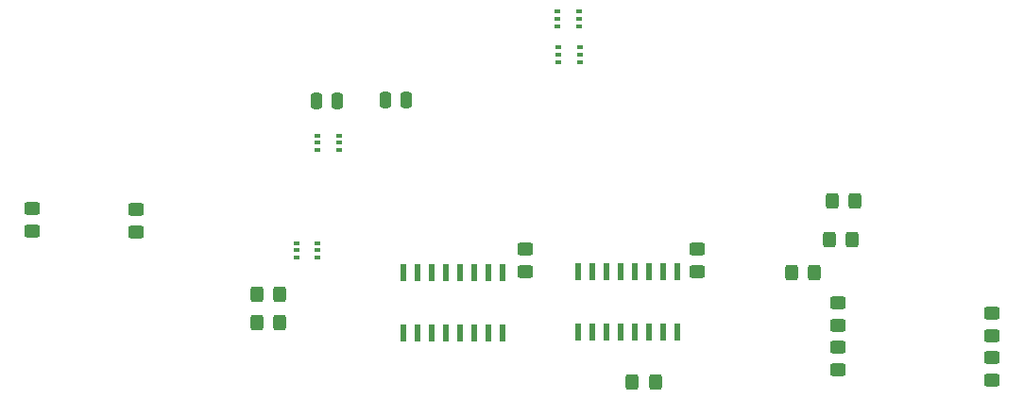
<source format=gbp>
%TF.GenerationSoftware,KiCad,Pcbnew,8.0.2*%
%TF.CreationDate,2024-05-16T19:26:28+09:30*%
%TF.ProjectId,power_and_monotoring,706f7765-725f-4616-9e64-5f6d6f6e6f74,rev?*%
%TF.SameCoordinates,Original*%
%TF.FileFunction,Paste,Bot*%
%TF.FilePolarity,Positive*%
%FSLAX46Y46*%
G04 Gerber Fmt 4.6, Leading zero omitted, Abs format (unit mm)*
G04 Created by KiCad (PCBNEW 8.0.2) date 2024-05-16 19:26:28*
%MOMM*%
%LPD*%
G01*
G04 APERTURE LIST*
G04 Aperture macros list*
%AMRoundRect*
0 Rectangle with rounded corners*
0 $1 Rounding radius*
0 $2 $3 $4 $5 $6 $7 $8 $9 X,Y pos of 4 corners*
0 Add a 4 corners polygon primitive as box body*
4,1,4,$2,$3,$4,$5,$6,$7,$8,$9,$2,$3,0*
0 Add four circle primitives for the rounded corners*
1,1,$1+$1,$2,$3*
1,1,$1+$1,$4,$5*
1,1,$1+$1,$6,$7*
1,1,$1+$1,$8,$9*
0 Add four rect primitives between the rounded corners*
20,1,$1+$1,$2,$3,$4,$5,0*
20,1,$1+$1,$4,$5,$6,$7,0*
20,1,$1+$1,$6,$7,$8,$9,0*
20,1,$1+$1,$8,$9,$2,$3,0*%
G04 Aperture macros list end*
%ADD10RoundRect,0.250000X-0.450000X0.325000X-0.450000X-0.325000X0.450000X-0.325000X0.450000X0.325000X0*%
%ADD11RoundRect,0.249550X-0.450450X0.325450X-0.450450X-0.325450X0.450450X-0.325450X0.450450X0.325450X0*%
%ADD12R,0.600000X1.550000*%
%ADD13R,0.600000X0.420000*%
%ADD14RoundRect,0.250000X-0.325000X-0.450000X0.325000X-0.450000X0.325000X0.450000X-0.325000X0.450000X0*%
%ADD15RoundRect,0.249550X0.450450X-0.325450X0.450450X0.325450X-0.450450X0.325450X-0.450450X-0.325450X0*%
%ADD16RoundRect,0.250000X0.450000X-0.325000X0.450000X0.325000X-0.450000X0.325000X-0.450000X-0.325000X0*%
%ADD17RoundRect,0.250000X-0.250000X-0.475000X0.250000X-0.475000X0.250000X0.475000X-0.250000X0.475000X0*%
%ADD18RoundRect,0.250000X0.325000X0.450000X-0.325000X0.450000X-0.325000X-0.450000X0.325000X-0.450000X0*%
G04 APERTURE END LIST*
D10*
%TO.C,R48*%
X146862800Y-241304200D03*
X146862800Y-243354200D03*
%TD*%
D11*
%TO.C,C4*%
X74676000Y-232858200D03*
D10*
X74676000Y-234908200D03*
%TD*%
D12*
%TO.C,U11*%
X116865400Y-244050800D03*
X115595400Y-244050800D03*
X114325400Y-244050800D03*
X113055400Y-244050800D03*
X111785400Y-244050800D03*
X110515400Y-244050800D03*
X109245400Y-244050800D03*
X107975400Y-244050800D03*
X107975400Y-238650800D03*
X109245400Y-238650800D03*
X110515400Y-238650800D03*
X111785400Y-238650800D03*
X113055400Y-238650800D03*
X114325400Y-238650800D03*
X115595400Y-238650800D03*
X116865400Y-238650800D03*
%TD*%
D13*
%TO.C,D30*%
X123733600Y-218399600D03*
X123733600Y-219049600D03*
X123733600Y-219699600D03*
X121833600Y-219699600D03*
X121833600Y-219049600D03*
X121833600Y-218399600D03*
%TD*%
D14*
%TO.C,R8*%
X146091800Y-235661200D03*
X148141800Y-235661200D03*
%TD*%
D10*
%TO.C,R47*%
X160731200Y-246247200D03*
X160731200Y-248297200D03*
%TD*%
D13*
%TO.C,D28*%
X100279200Y-235966000D03*
X100279200Y-236616000D03*
X100279200Y-237266000D03*
X98379200Y-237266000D03*
X98379200Y-236616000D03*
X98379200Y-235966000D03*
%TD*%
%TO.C,D31*%
X123682800Y-215199200D03*
X123682800Y-215849200D03*
X123682800Y-216499200D03*
X121782800Y-216499200D03*
X121782800Y-215849200D03*
X121782800Y-215199200D03*
%TD*%
D12*
%TO.C,U12*%
X132461000Y-243949200D03*
X131191000Y-243949200D03*
X129921000Y-243949200D03*
X128651000Y-243949200D03*
X127381000Y-243949200D03*
X126111000Y-243949200D03*
X124841000Y-243949200D03*
X123571000Y-243949200D03*
X123571000Y-238549200D03*
X124841000Y-238549200D03*
X126111000Y-238549200D03*
X127381000Y-238549200D03*
X128651000Y-238549200D03*
X129921000Y-238549200D03*
X131191000Y-238549200D03*
X132461000Y-238549200D03*
%TD*%
D15*
%TO.C,C19*%
X134315200Y-238515000D03*
D16*
X134315200Y-236465000D03*
%TD*%
D10*
%TO.C,R49*%
X146862800Y-245304200D03*
X146862800Y-247354200D03*
%TD*%
D17*
%TO.C,C14*%
X100142000Y-223215200D03*
X102042000Y-223215200D03*
%TD*%
%TO.C,C15*%
X106304000Y-223113600D03*
X108204000Y-223113600D03*
%TD*%
D14*
%TO.C,R1*%
X146387600Y-232156000D03*
X148437600Y-232156000D03*
%TD*%
D11*
%TO.C,C5*%
X83972400Y-232909000D03*
D10*
X83972400Y-234959000D03*
%TD*%
D14*
%TO.C,R40*%
X128464200Y-248412000D03*
X130514200Y-248412000D03*
%TD*%
%TO.C,R4*%
X94834600Y-240538000D03*
X96884600Y-240538000D03*
%TD*%
%TO.C,R2*%
X142739000Y-238658400D03*
X144789000Y-238658400D03*
%TD*%
D13*
%TO.C,D29*%
X102179200Y-226314000D03*
X102179200Y-226964000D03*
X102179200Y-227614000D03*
X100279200Y-227614000D03*
X100279200Y-226964000D03*
X100279200Y-226314000D03*
%TD*%
D10*
%TO.C,R46*%
X160731200Y-242247200D03*
X160731200Y-244297200D03*
%TD*%
D18*
%TO.C,R6*%
X96833800Y-243078000D03*
X94783800Y-243078000D03*
%TD*%
D15*
%TO.C,C18*%
X118872000Y-238574800D03*
D16*
X118872000Y-236524800D03*
%TD*%
M02*

</source>
